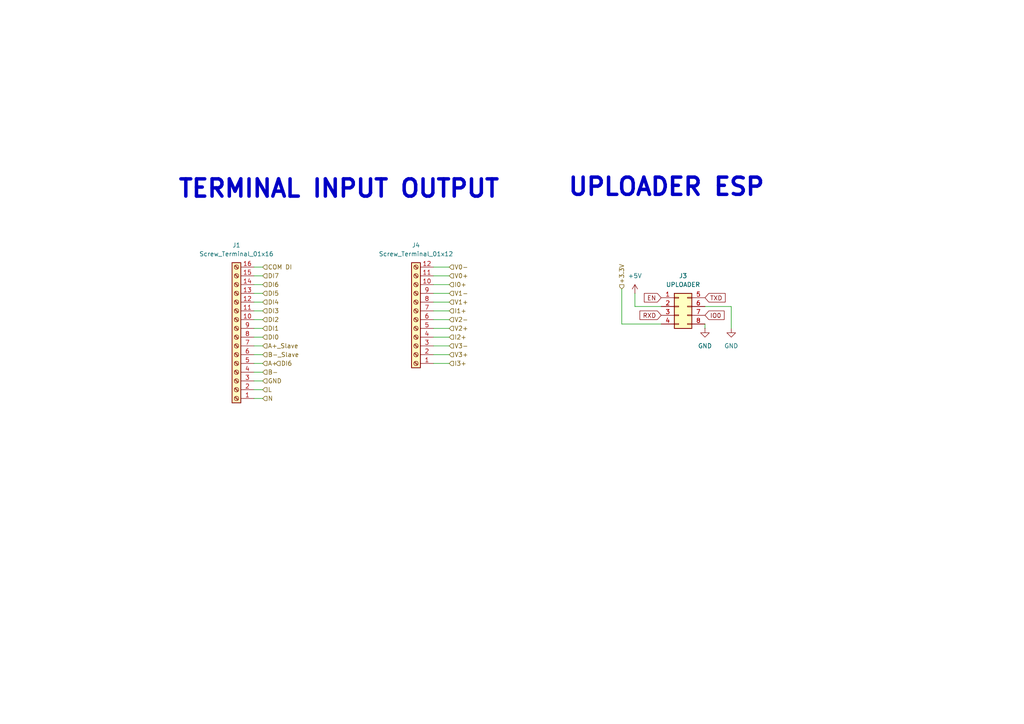
<source format=kicad_sch>
(kicad_sch (version 20231120) (generator "eeschema") (generator_version "8.0")
  (paper "A4")
  (title_block (title "IoT Node") (date "2026-01-28") (rev "V3") (company "PT. MEDION FARMA JAYA") (comment 1 "DESAIN @DMSRAGAA") (comment 2 "INSTITUT TEKNOLOGI SEPULUH NOPEMBER"))
  (lib_symbols
    (symbol "Connector:Screw_Terminal_01x12" (pin_names (offset 1.016) hide)
      (property "Reference" "J" (at 0 15.24 0))
      (property "Value" "Screw_Terminal_01x12" (at 0 -17.78 0))
      (symbol "Screw_Terminal_01x12_1_1"
        (rectangle (start -1.27 13.97) (end 1.27 -16.51) (stroke (width 0.254)) (fill (type background)))
        (circle (center 0 -15.24) (radius 0.635) (stroke (width 0.1524)))
        (circle (center 0 -12.7) (radius 0.635) (stroke (width 0.1524)))
        (circle (center 0 -10.16) (radius 0.635) (stroke (width 0.1524)))
        (circle (center 0 -7.62) (radius 0.635) (stroke (width 0.1524)))
        (circle (center 0 -5.08) (radius 0.635) (stroke (width 0.1524)))
        (circle (center 0 -2.54) (radius 0.635) (stroke (width 0.1524)))
        (polyline (pts (xy -0.5334 -14.9098) (xy 0.3302 -15.748)) (stroke (width 0.1524)))
        (polyline (pts (xy -0.5334 -12.3698) (xy 0.3302 -13.208)) (stroke (width 0.1524)))
        (polyline (pts (xy -0.5334 -9.8298) (xy 0.3302 -10.668)) (stroke (width 0.1524)))
        (polyline (pts (xy -0.5334 -7.2898) (xy 0.3302 -8.128)) (stroke (width 0.1524)))
        (polyline (pts (xy -0.5334 -4.7498) (xy 0.3302 -5.588)) (stroke (width 0.1524)))
        (polyline (pts (xy -0.5334 -2.2098) (xy 0.3302 -3.048)) (stroke (width 0.1524)))
        (polyline (pts (xy -0.5334 0.3302) (xy 0.3302 -0.508)) (stroke (width 0.1524)))
        (polyline (pts (xy -0.5334 2.8702) (xy 0.3302 2.032)) (stroke (width 0.1524)))
        (polyline (pts (xy -0.5334 5.4102) (xy 0.3302 4.572)) (stroke (width 0.1524)))
        (polyline (pts (xy -0.5334 7.9502) (xy 0.3302 7.112)) (stroke (width 0.1524)))
        (polyline (pts (xy -0.5334 10.4902) (xy 0.3302 9.652)) (stroke (width 0.1524)))
        (polyline (pts (xy -0.5334 13.0302) (xy 0.3302 12.192)) (stroke (width 0.1524)))
        (polyline (pts (xy -0.3556 -14.732) (xy 0.508 -15.5702)) (stroke (width 0.1524)))
        (polyline (pts (xy -0.3556 -12.192) (xy 0.508 -13.0302)) (stroke (width 0.1524)))
        (polyline (pts (xy -0.3556 -9.652) (xy 0.508 -10.4902)) (stroke (width 0.1524)))
        (polyline (pts (xy -0.3556 -7.112) (xy 0.508 -7.9502)) (stroke (width 0.1524)))
        (polyline (pts (xy -0.3556 -4.572) (xy 0.508 -5.4102)) (stroke (width 0.1524)))
        (polyline (pts (xy -0.3556 -2.032) (xy 0.508 -2.8702)) (stroke (width 0.1524)))
        (polyline (pts (xy -0.3556 0.508) (xy 0.508 -0.3302)) (stroke (width 0.1524)))
        (polyline (pts (xy -0.3556 3.048) (xy 0.508 2.2098)) (stroke (width 0.1524)))
        (polyline (pts (xy -0.3556 5.588) (xy 0.508 4.7498)) (stroke (width 0.1524)))
        (polyline (pts (xy -0.3556 8.128) (xy 0.508 7.2898)) (stroke (width 0.1524)))
        (polyline (pts (xy -0.3556 10.668) (xy 0.508 9.8298)) (stroke (width 0.1524)))
        (polyline (pts (xy -0.3556 13.208) (xy 0.508 12.3698)) (stroke (width 0.1524)))
        (circle (center 0 0) (radius 0.635) (stroke (width 0.1524)))
        (circle (center 0 2.54) (radius 0.635) (stroke (width 0.1524)))
        (circle (center 0 5.08) (radius 0.635) (stroke (width 0.1524)))
        (circle (center 0 7.62) (radius 0.635) (stroke (width 0.1524)))
        (circle (center 0 10.16) (radius 0.635) (stroke (width 0.1524)))
        (circle (center 0 12.7) (radius 0.635) (stroke (width 0.1524)))
        (pin passive line (at -5.08 12.7 0) (length 3.81) (name "Pin_1") (number "1"))
        (pin passive line (at -5.08 -10.16 0) (length 3.81) (name "Pin_10") (number "10"))
        (pin passive line (at -5.08 -12.7 0) (length 3.81) (name "Pin_11") (number "11"))
        (pin passive line (at -5.08 -15.24 0) (length 3.81) (name "Pin_12") (number "12"))
        (pin passive line (at -5.08 10.16 0) (length 3.81) (name "Pin_2") (number "2"))
        (pin passive line (at -5.08 7.62 0) (length 3.81) (name "Pin_3") (number "3"))
        (pin passive line (at -5.08 5.08 0) (length 3.81) (name "Pin_4") (number "4"))
        (pin passive line (at -5.08 2.54 0) (length 3.81) (name "Pin_5") (number "5"))
        (pin passive line (at -5.08 0 0) (length 3.81) (name "Pin_6") (number "6"))
        (pin passive line (at -5.08 -2.54 0) (length 3.81) (name "Pin_7") (number "7"))
        (pin passive line (at -5.08 -5.08 0) (length 3.81) (name "Pin_8") (number "8"))
        (pin passive line (at -5.08 -7.62 0) (length 3.81) (name "Pin_9") (number "9"))
      )
    )
    (symbol "Connector:Screw_Terminal_01x16" (pin_names (offset 1.016) hide)
      (property "Reference" "J" (at 0 20.32 0))
      (property "Value" "Screw_Terminal_01x16" (at 0 -22.86 0))
      (symbol "Screw_Terminal_01x16_1_1"
        (rectangle (start -1.27 19.05) (end 1.27 -21.59) (stroke (width 0.254)) (fill (type background)))
        (circle (center 0 -20.32) (radius 0.635) (stroke (width 0.1524)))
        (circle (center 0 -17.78) (radius 0.635) (stroke (width 0.1524)))
        (circle (center 0 -15.24) (radius 0.635) (stroke (width 0.1524)))
        (circle (center 0 -12.7) (radius 0.635) (stroke (width 0.1524)))
        (circle (center 0 -10.16) (radius 0.635) (stroke (width 0.1524)))
        (circle (center 0 -7.62) (radius 0.635) (stroke (width 0.1524)))
        (circle (center 0 -5.08) (radius 0.635) (stroke (width 0.1524)))
        (circle (center 0 -2.54) (radius 0.635) (stroke (width 0.1524)))
        (polyline (pts (xy -0.5334 -19.9898) (xy 0.3302 -20.828)) (stroke (width 0.1524)))
        (polyline (pts (xy -0.5334 -17.4498) (xy 0.3302 -18.288)) (stroke (width 0.1524)))
        (polyline (pts (xy -0.5334 -14.9098) (xy 0.3302 -15.748)) (stroke (width 0.1524)))
        (polyline (pts (xy -0.5334 -12.3698) (xy 0.3302 -13.208)) (stroke (width 0.1524)))
        (polyline (pts (xy -0.5334 -9.8298) (xy 0.3302 -10.668)) (stroke (width 0.1524)))
        (polyline (pts (xy -0.5334 -7.2898) (xy 0.3302 -8.128)) (stroke (width 0.1524)))
        (polyline (pts (xy -0.5334 -4.7498) (xy 0.3302 -5.588)) (stroke (width 0.1524)))
        (polyline (pts (xy -0.5334 -2.2098) (xy 0.3302 -3.048)) (stroke (width 0.1524)))
        (polyline (pts (xy -0.5334 0.3302) (xy 0.3302 -0.508)) (stroke (width 0.1524)))
        (polyline (pts (xy -0.5334 2.8702) (xy 0.3302 2.032)) (stroke (width 0.1524)))
        (polyline (pts (xy -0.5334 5.4102) (xy 0.3302 4.572)) (stroke (width 0.1524)))
        (polyline (pts (xy -0.5334 7.9502) (xy 0.3302 7.112)) (stroke (width 0.1524)))
        (polyline (pts (xy -0.5334 10.4902) (xy 0.3302 9.652)) (stroke (width 0.1524)))
        (polyline (pts (xy -0.5334 13.0302) (xy 0.3302 12.192)) (stroke (width 0.1524)))
        (polyline (pts (xy -0.5334 15.5702) (xy 0.3302 14.732)) (stroke (width 0.1524)))
        (polyline (pts (xy -0.5334 18.1102) (xy 0.3302 17.272)) (stroke (width 0.1524)))
        (polyline (pts (xy -0.3556 -19.812) (xy 0.508 -20.6502)) (stroke (width 0.1524)))
        (polyline (pts (xy -0.3556 -17.272) (xy 0.508 -18.1102)) (stroke (width 0.1524)))
        (polyline (pts (xy -0.3556 -14.732) (xy 0.508 -15.5702)) (stroke (width 0.1524)))
        (polyline (pts (xy -0.3556 -12.192) (xy 0.508 -13.0302)) (stroke (width 0.1524)))
        (polyline (pts (xy -0.3556 -9.652) (xy 0.508 -10.4902)) (stroke (width 0.1524)))
        (polyline (pts (xy -0.3556 -7.112) (xy 0.508 -7.9502)) (stroke (width 0.1524)))
        (polyline (pts (xy -0.3556 -4.572) (xy 0.508 -5.4102)) (stroke (width 0.1524)))
        (polyline (pts (xy -0.3556 -2.032) (xy 0.508 -2.8702)) (stroke (width 0.1524)))
        (polyline (pts (xy -0.3556 0.508) (xy 0.508 -0.3302)) (stroke (width 0.1524)))
        (polyline (pts (xy -0.3556 3.048) (xy 0.508 2.2098)) (stroke (width 0.1524)))
        (polyline (pts (xy -0.3556 5.588) (xy 0.508 4.7498)) (stroke (width 0.1524)))
        (polyline (pts (xy -0.3556 8.128) (xy 0.508 7.2898)) (stroke (width 0.1524)))
        (polyline (pts (xy -0.3556 10.668) (xy 0.508 9.8298)) (stroke (width 0.1524)))
        (polyline (pts (xy -0.3556 13.208) (xy 0.508 12.3698)) (stroke (width 0.1524)))
        (polyline (pts (xy -0.3556 15.748) (xy 0.508 14.9098)) (stroke (width 0.1524)))
        (polyline (pts (xy -0.3556 18.288) (xy 0.508 17.4498)) (stroke (width 0.1524)))
        (circle (center 0 0) (radius 0.635) (stroke (width 0.1524)))
        (circle (center 0 2.54) (radius 0.635) (stroke (width 0.1524)))
        (circle (center 0 5.08) (radius 0.635) (stroke (width 0.1524)))
        (circle (center 0 7.62) (radius 0.635) (stroke (width 0.1524)))
        (circle (center 0 10.16) (radius 0.635) (stroke (width 0.1524)))
        (circle (center 0 12.7) (radius 0.635) (stroke (width 0.1524)))
        (circle (center 0 15.24) (radius 0.635) (stroke (width 0.1524)))
        (circle (center 0 17.78) (radius 0.635) (stroke (width 0.1524)))
        (pin passive line (at -5.08 17.78 0) (length 3.81) (name "Pin_1") (number "1"))
        (pin passive line (at -5.08 -5.08 0) (length 3.81) (name "Pin_10") (number "10"))
        (pin passive line (at -5.08 -7.62 0) (length 3.81) (name "Pin_11") (number "11"))
        (pin passive line (at -5.08 -10.16 0) (length 3.81) (name "Pin_12") (number "12"))
        (pin passive line (at -5.08 -12.7 0) (length 3.81) (name "Pin_13") (number "13"))
        (pin passive line (at -5.08 -15.24 0) (length 3.81) (name "Pin_14") (number "14"))
        (pin passive line (at -5.08 -17.78 0) (length 3.81) (name "Pin_15") (number "15"))
        (pin passive line (at -5.08 -20.32 0) (length 3.81) (name "Pin_16") (number "16"))
        (pin passive line (at -5.08 15.24 0) (length 3.81) (name "Pin_2") (number "2"))
        (pin passive line (at -5.08 12.7 0) (length 3.81) (name "Pin_3") (number "3"))
        (pin passive line (at -5.08 10.16 0) (length 3.81) (name "Pin_4") (number "4"))
        (pin passive line (at -5.08 7.62 0) (length 3.81) (name "Pin_5") (number "5"))
        (pin passive line (at -5.08 5.08 0) (length 3.81) (name "Pin_6") (number "6"))
        (pin passive line (at -5.08 2.54 0) (length 3.81) (name "Pin_7") (number "7"))
        (pin passive line (at -5.08 0 0) (length 3.81) (name "Pin_8") (number "8"))
        (pin passive line (at -5.08 -2.54 0) (length 3.81) (name "Pin_9") (number "9"))
      )
    )
    (symbol "Connector_Generic:Conn_02x04_Top_Bottom" (pin_names (offset 1.016) hide)
      (property "Reference" "J" (at 1.27 5.08 0))
      (property "Value" "Conn_02x04_Top_Bottom" (at 1.27 -7.62 0))
      (symbol "Conn_02x04_Top_Bottom_1_1"
        (rectangle (start -1.27 -4.953) (end 0 -5.207) (stroke (width 0.1524)))
        (rectangle (start -1.27 -2.413) (end 0 -2.667) (stroke (width 0.1524)))
        (rectangle (start -1.27 0.127) (end 0 -0.127) (stroke (width 0.1524)))
        (rectangle (start -1.27 2.667) (end 0 2.413) (stroke (width 0.1524)))
        (rectangle (start -1.27 3.81) (end 3.81 -6.35) (stroke (width 0.254)) (fill (type background)))
        (rectangle (start 3.81 -4.953) (end 2.54 -5.207) (stroke (width 0.1524)))
        (rectangle (start 3.81 -2.413) (end 2.54 -2.667) (stroke (width 0.1524)))
        (rectangle (start 3.81 0.127) (end 2.54 -0.127) (stroke (width 0.1524)))
        (rectangle (start 3.81 2.667) (end 2.54 2.413) (stroke (width 0.1524)))
        (pin passive line (at -5.08 2.54 0) (length 3.81) (name "Pin_1") (number "1"))
        (pin passive line (at -5.08 0 0) (length 3.81) (name "Pin_2") (number "2"))
        (pin passive line (at -5.08 -2.54 0) (length 3.81) (name "Pin_3") (number "3"))
        (pin passive line (at -5.08 -5.08 0) (length 3.81) (name "Pin_4") (number "4"))
        (pin passive line (at 7.62 2.54 180) (length 3.81) (name "Pin_5") (number "5"))
        (pin passive line (at 7.62 0 180) (length 3.81) (name "Pin_6") (number "6"))
        (pin passive line (at 7.62 -2.54 180) (length 3.81) (name "Pin_7") (number "7"))
        (pin passive line (at 7.62 -5.08 180) (length 3.81) (name "Pin_8") (number "8"))
      )
    )
    (symbol "power:+5V" (power) (pin_numbers hide) (pin_names (offset 0) hide)
      (property "Value" "+5V" (at 0 3.556 0))
      (symbol "+5V_0_1"
        (polyline (pts (xy -0.762 1.27) (xy 0 2.54)))
        (polyline (pts (xy 0 0) (xy 0 2.54)))
        (polyline (pts (xy 0 2.54) (xy 0.762 1.27)))
      )
      (symbol "+5V_1_1"
        (pin power_in line (at 0 0 90) (length 0) (name "~") (number "1"))
      )
    )
    (symbol "power:GND" (power) (pin_numbers hide) (pin_names (offset 0) hide)
      (property "Value" "GND" (at 0 -3.81 0))
      (symbol "GND_0_1"
        (polyline (pts (xy 0 0) (xy 0 -1.27) (xy 1.27 -1.27) (xy 0 -2.54) (xy -1.27 -1.27) (xy 0 -1.27)))
      )
      (symbol "GND_1_1"
        (pin power_in line (at 0 0 270) (length 0) (name "~") (number "1"))
      )
    )
  )
  (wire (pts (xy 130.302 102.87) (xy 125.73 102.87)))
  (wire (pts (xy 73.66 90.17) (xy 76.2 90.17)))
  (wire (pts (xy 76.2 80.01) (xy 73.66 80.01)))
  (wire (pts (xy 130.302 97.79) (xy 125.73 97.79)))
  (wire (pts (xy 130.302 105.41) (xy 125.73 105.41)))
  (wire (pts (xy 130.302 87.63) (xy 125.73 87.63)))
  (wire (pts (xy 130.302 77.47) (xy 125.73 77.47)))
  (wire (pts (xy 73.66 97.79) (xy 76.2 97.79)))
  (wire (pts (xy 73.66 110.49) (xy 76.2 110.49)))
  (wire (pts (xy 73.66 92.71) (xy 76.2 92.71)))
  (wire (pts (xy 130.302 85.09) (xy 125.73 85.09)))
  (wire (pts (xy 130.302 95.25) (xy 125.73 95.25)))
  (wire (pts (xy 76.2 107.95) (xy 73.66 107.95)))
  (wire (pts (xy 130.302 80.01) (xy 125.73 80.01)))
  (wire (pts (xy 130.302 100.33) (xy 125.73 100.33)))
  (wire (pts (xy 184.15 88.9) (xy 191.77 88.9)))
  (wire (pts (xy 76.2 105.41) (xy 73.66 105.41)))
  (wire (pts (xy 73.66 95.25) (xy 76.2 95.25)))
  (wire (pts (xy 130.302 82.55) (xy 125.73 82.55)))
  (wire (pts (xy 76.2 85.09) (xy 73.66 85.09)))
  (wire (pts (xy 73.66 115.57) (xy 76.2 115.57)))
  (wire (pts (xy 76.2 113.03) (xy 73.66 113.03)))
  (wire (pts (xy 184.15 85.09) (xy 184.15 88.9)))
  (wire (pts (xy 130.302 92.71) (xy 125.73 92.71)))
  (wire (pts (xy 212.09 88.9) (xy 212.09 95.25)))
  (wire (pts (xy 76.2 102.87) (xy 73.66 102.87)))
  (wire (pts (xy 180.34 93.98) (xy 191.77 93.98)))
  (wire (pts (xy 130.302 90.17) (xy 125.73 90.17)))
  (wire (pts (xy 204.47 93.98) (xy 204.47 95.25)))
  (wire (pts (xy 76.2 100.33) (xy 73.66 100.33)))
  (wire (pts (xy 76.2 82.55) (xy 73.66 82.55)))
  (wire (pts (xy 76.2 87.63) (xy 73.66 87.63)))
  (wire (pts (xy 76.2 77.47) (xy 73.66 77.47)))
  (wire (pts (xy 180.34 83.82) (xy 180.34 93.98)))
  (wire (pts (xy 204.47 88.9) (xy 212.09 88.9)))
  (text "TERMINAL INPUT OUTPUT" (at 98.298 54.864 0) (effects (font (size 5 5) (bold yes))))
  (text "UPLOADER ESP" (at 193.294 54.356 0) (effects (font (size 5 5) (bold yes))))
  (global_label "TXD" (shape input) (at 204.47 86.36 0) (property "Intersheetrefs" "${INTERSHEET_REFS}" (effects (hide yes))))
  (global_label "RXD" (shape input) (at 191.77 91.44 180) (property "Intersheetrefs" "${INTERSHEET_REFS}" (effects (hide yes))))
  (global_label "IO0" (shape input) (at 204.47 91.44 0) (property "Intersheetrefs" "${INTERSHEET_REFS}" (effects (hide yes))))
  (global_label "EN" (shape input) (at 191.77 86.36 180) (property "Intersheetrefs" "${INTERSHEET_REFS}" (effects (hide yes))))
  (hierarchical_label "DI6" (shape input) (at 80.01 105.41 0))
  (hierarchical_label "V0-" (shape input) (at 130.302 77.47 0))
  (hierarchical_label "V1-" (shape input) (at 130.302 85.09 0))
  (hierarchical_label "I2+" (shape input) (at 130.302 97.79 0))
  (hierarchical_label "COM DI" (shape input) (at 76.2 77.47 0))
  (hierarchical_label "DI7" (shape input) (at 76.2 80.01 0))
  (hierarchical_label "DI5" (shape input) (at 76.2 85.09 0))
  (hierarchical_label "V2+" (shape input) (at 130.302 95.25 0))
  (hierarchical_label "V0+" (shape input) (at 130.302 80.01 0))
  (hierarchical_label "B-" (shape input) (at 76.2 107.95 0))
  (hierarchical_label "I3+" (shape input) (at 130.302 105.41 0))
  (hierarchical_label "I0+" (shape input) (at 130.302 82.55 0))
  (hierarchical_label "V1+" (shape input) (at 130.302 87.63 0))
  (hierarchical_label "A+_Slave" (shape input) (at 76.2 100.33 0))
  (hierarchical_label "L" (shape input) (at 76.2 113.03 0))
  (hierarchical_label "V2-" (shape input) (at 130.302 92.71 0))
  (hierarchical_label "B-_Slave" (shape input) (at 76.2 102.87 0))
  (hierarchical_label "I1+" (shape input) (at 130.302 90.17 0))
  (hierarchical_label "DI1" (shape input) (at 76.2 95.25 0))
  (hierarchical_label "DI3" (shape input) (at 76.2 90.17 0))
  (hierarchical_label "V3+" (shape input) (at 130.302 102.87 0))
  (hierarchical_label "DI0" (shape input) (at 76.2 97.79 0))
  (hierarchical_label "DI6" (shape input) (at 76.2 82.55 0))
  (hierarchical_label "DI4" (shape input) (at 76.2 87.63 0))
  (hierarchical_label "A+" (shape input) (at 76.2 105.41 0))
  (hierarchical_label "N" (shape input) (at 76.2 115.57 0))
  (hierarchical_label "+3.3V" (shape input) (at 180.34 83.82 90))
  (hierarchical_label "V3-" (shape input) (at 130.302 100.33 0))
  (hierarchical_label "DI2" (shape input) (at 76.2 92.71 0))
  (hierarchical_label "GND" (shape input) (at 76.2 110.49 0))
  (symbol (lib_id "power:GND") (at 212.09 95.25 0) (unit 1)
    (property "Reference" "#PWR036" (effects (hide yes)))
    (property "Value" "GND" (at 212.09 100.33 0))
    (property "Description" "Power symbol creates a global label with name \"GND\" , ground" (effects (hide yes)))
  )
  (symbol (lib_id "Connector:Screw_Terminal_01x16") (at 68.58 97.79 180) (unit 1)
    (property "Reference" "J1" (at 68.58 71.12 0))
    (property "Value" "Screw_Terminal_01x16" (at 68.58 73.66 0))
    (property "Footprint" "Connector_Phoenix_MSTB:PhoenixContact_MSTBA_2,5_16-G-5,08_1x16_P5.08mm_Horizontal" (effects (hide yes)))
    (property "Description" "Generic screw terminal, single row, 01x16, script generated (kicad-library-utils/schlib/autogen/connector/)" (effects (hide yes)))
  )
  (symbol (lib_id "Connector:Screw_Terminal_01x12") (at 120.65 92.71 180) (unit 1)
    (property "Reference" "J4" (at 120.65 71.12 0))
    (property "Value" "Screw_Terminal_01x12" (at 120.65 73.66 0))
    (property "Footprint" "Connector_Phoenix_MSTB:PhoenixContact_MSTBA_2,5_12-G-5,08_1x12_P5.08mm_Horizontal" (effects (hide yes)))
    (property "Description" "Generic screw terminal, single row, 01x12, script generated (kicad-library-utils/schlib/autogen/connector/)" (effects (hide yes)))
  )
  (symbol (lib_id "power:+5V") (at 184.15 85.09 0) (unit 1)
    (property "Reference" "#PWR035" (effects (hide yes)))
    (property "Value" "+5V" (at 184.15 80.01 0))
    (property "Description" "Power symbol creates a global label with name \"+5V\"" (effects (hide yes)))
  )
  (symbol (lib_id "Connector_Generic:Conn_02x04_Top_Bottom") (at 196.85 88.9 0) (unit 1)
    (property "Reference" "J3" (at 198.12 80.01 0))
    (property "Value" "UPLOADER" (at 198.12 82.55 0))
    (property "Footprint" "Connector_PinHeader_2.54mm:PinHeader_2x04_P2.54mm_Vertical" (effects (hide yes)))
    (property "Description" "Generic connector, double row, 02x04, top/bottom pin numbering scheme (row 1: 1...pins_per_row, row2: pins_per_row+1 ... num_pins), script generated (kicad-library-utils/schlib/autogen/connector/)" (effects (hide yes)))
  )
  (symbol (lib_id "power:GND") (at 204.47 95.25 0) (unit 1)
    (property "Reference" "#PWR033" (effects (hide yes)))
    (property "Value" "GND" (at 204.47 100.33 0))
    (property "Description" "Power symbol creates a global label with name \"GND\" , ground" (effects (hide yes)))
  )
)
</source>
